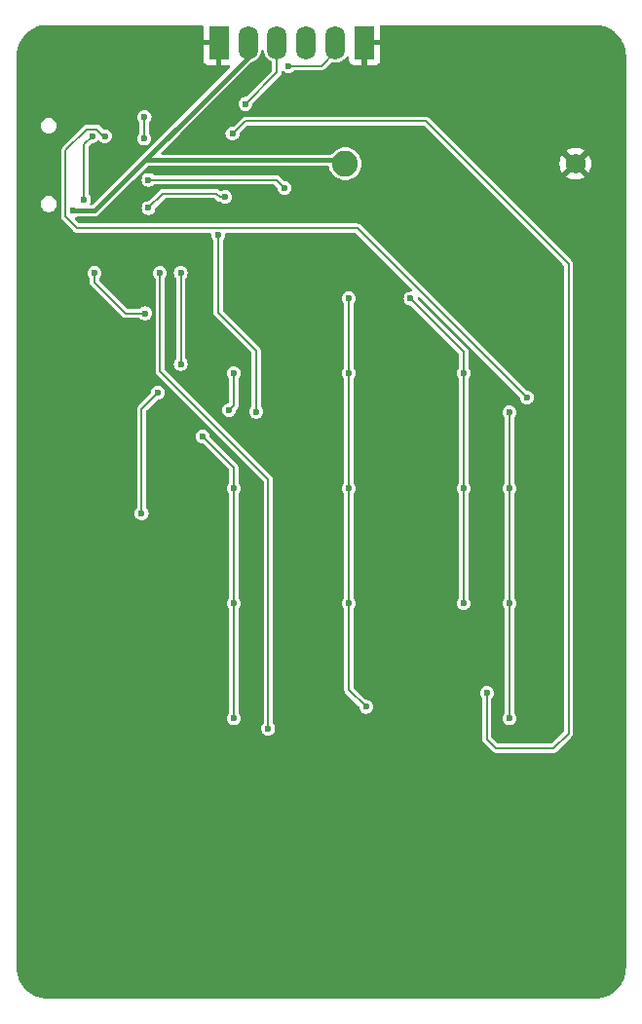
<source format=gbr>
%TF.GenerationSoftware,KiCad,Pcbnew,8.0.5*%
%TF.CreationDate,2025-05-11T18:39:50-04:00*%
%TF.ProjectId,Business_Card,42757369-6e65-4737-935f-436172642e6b,rev?*%
%TF.SameCoordinates,Original*%
%TF.FileFunction,Copper,L1,Top*%
%TF.FilePolarity,Positive*%
%FSLAX46Y46*%
G04 Gerber Fmt 4.6, Leading zero omitted, Abs format (unit mm)*
G04 Created by KiCad (PCBNEW 8.0.5) date 2025-05-11 18:39:50*
%MOMM*%
%LPD*%
G01*
G04 APERTURE LIST*
%TA.AperFunction,ComponentPad*%
%ADD10O,1.710000X2.920000*%
%TD*%
%TA.AperFunction,ComponentPad*%
%ADD11O,1.700000X2.920000*%
%TD*%
%TA.AperFunction,ComponentPad*%
%ADD12R,1.700000X2.920000*%
%TD*%
%TA.AperFunction,ComponentPad*%
%ADD13C,1.755000*%
%TD*%
%TA.AperFunction,ComponentPad*%
%ADD14C,2.250000*%
%TD*%
%TA.AperFunction,ViaPad*%
%ADD15C,0.600000*%
%TD*%
%TA.AperFunction,Conductor*%
%ADD16C,0.200000*%
%TD*%
%TA.AperFunction,Conductor*%
%ADD17C,0.400000*%
%TD*%
G04 APERTURE END LIST*
D10*
%TO.P,J1,3,Pin_3*%
%TO.N,/UPDI*%
X134275000Y-34860000D03*
D11*
%TO.P,J1,2,Pin_2*%
%TO.N,+3.3V*%
X131740000Y-34860000D03*
D12*
%TO.P,J1,1,Pin_1*%
%TO.N,GND*%
X129200000Y-34860000D03*
%TD*%
D10*
%TO.P,J2,3,Pin_3*%
%TO.N,/EXP2*%
X136805000Y-34860000D03*
D11*
%TO.P,J2,2,Pin_2*%
%TO.N,/EXP1*%
X139340000Y-34860000D03*
D12*
%TO.P,J2,1,Pin_1*%
%TO.N,GND*%
X141880000Y-34860000D03*
%TD*%
D13*
%TO.P,BT1,-*%
%TO.N,GND*%
X160200000Y-45400000D03*
D14*
%TO.P,BT1,+*%
%TO.N,+3.3V*%
X140200000Y-45400000D03*
%TD*%
D15*
%TO.N,GND*%
X128500000Y-49800000D03*
X125900000Y-52400000D03*
X160900000Y-70600000D03*
X114000000Y-35400000D03*
%TO.N,Net-(D1-A)*%
X154470761Y-73600000D03*
X154470761Y-67000000D03*
X154470761Y-83600000D03*
X154470761Y-93600000D03*
%TO.N,/X1*%
X152500000Y-91400000D03*
X130393750Y-42793750D03*
%TO.N,/X2*%
X122500000Y-75800000D03*
X123900000Y-65300000D03*
X125900000Y-62800000D03*
X125900000Y-54900000D03*
%TO.N,/X3*%
X129163012Y-51600000D03*
X132450660Y-66950660D03*
%TO.N,/X4*%
X118400000Y-54900000D03*
X122800000Y-58400000D03*
X129763012Y-48285518D03*
X123100000Y-49250000D03*
%TO.N,Net-(D5-A)*%
X145875000Y-57125000D03*
X150500000Y-73600000D03*
X150500000Y-63600000D03*
X150470761Y-83600000D03*
%TO.N,Net-(D10-A)*%
X140500000Y-57100000D03*
X140500000Y-83600000D03*
X140500000Y-63600000D03*
X142000000Y-92600000D03*
X140500000Y-73600000D03*
%TO.N,Net-(D13-A)*%
X130100000Y-66800000D03*
X130500000Y-63600000D03*
X130500000Y-93600000D03*
X130500000Y-83600000D03*
X130500000Y-73600000D03*
X127800000Y-69100000D03*
%TO.N,/EXP1*%
X122724265Y-43224265D03*
X122750000Y-41350000D03*
X135250000Y-36900000D03*
%TO.N,GND*%
X131800000Y-42800000D03*
X156200000Y-93600000D03*
X153300000Y-93600000D03*
X130200000Y-49300000D03*
X128800000Y-60300000D03*
X157800000Y-80900000D03*
X122500000Y-64100000D03*
X158700000Y-73900000D03*
X124200000Y-87900000D03*
X127500000Y-42600000D03*
X149600000Y-55500000D03*
X131500000Y-55400000D03*
X133400000Y-47500000D03*
X118400000Y-52200000D03*
X119300000Y-45500000D03*
X121400000Y-52200000D03*
X135400000Y-53900000D03*
X125100000Y-75900000D03*
%TO.N,+3.3V*%
X116500000Y-49500000D03*
%TO.N,/X5*%
X134912500Y-47500000D03*
X123100000Y-46800000D03*
%TO.N,/SW_UP*%
X124100000Y-54900000D03*
X133500000Y-94500000D03*
%TO.N,/UPDI*%
X131500000Y-40200000D03*
%TO.N,/SW_DOWN*%
X117500000Y-48500000D03*
X118200000Y-43000000D03*
%TO.N,/SW_LEFT*%
X155975000Y-65725000D03*
X119300000Y-43000000D03*
%TD*%
D16*
%TO.N,Net-(D1-A)*%
X154470761Y-93600000D02*
X154470761Y-83600000D01*
X154470761Y-83600000D02*
X154470761Y-73600000D01*
X154470761Y-67000000D02*
X154470761Y-73600000D01*
%TO.N,/X1*%
X147200000Y-41700000D02*
X159600000Y-54100000D01*
X159600000Y-94900000D02*
X158300000Y-96200000D01*
X130393750Y-42793750D02*
X131487500Y-41700000D01*
X152500000Y-95400000D02*
X152500000Y-91400000D01*
X131487500Y-41700000D02*
X147200000Y-41700000D01*
X153300000Y-96200000D02*
X152500000Y-95400000D01*
X158300000Y-96200000D02*
X153300000Y-96200000D01*
X159600000Y-54100000D02*
X159600000Y-94900000D01*
%TO.N,/X2*%
X122500000Y-66700000D02*
X123900000Y-65300000D01*
X122500000Y-75800000D02*
X122500000Y-66700000D01*
X125900000Y-62800000D02*
X125900000Y-54900000D01*
%TO.N,/X3*%
X129163012Y-58363012D02*
X129163012Y-51600000D01*
X132450660Y-61650660D02*
X129163012Y-58363012D01*
X132450660Y-66950660D02*
X132450660Y-61650660D01*
%TO.N,/X4*%
X123100000Y-49250000D02*
X124350000Y-48000000D01*
X122800000Y-58400000D02*
X121069899Y-58400000D01*
X129285518Y-48285518D02*
X129763012Y-48285518D01*
X124350000Y-48000000D02*
X129000000Y-48000000D01*
X121069899Y-58400000D02*
X118400000Y-55730101D01*
X118400000Y-55730101D02*
X118400000Y-54900000D01*
X129000000Y-48000000D02*
X129285518Y-48285518D01*
%TO.N,Net-(D5-A)*%
X150500000Y-63600000D02*
X150500000Y-61750000D01*
X150500000Y-61750000D02*
X145875000Y-57125000D01*
X150500000Y-63600000D02*
X150500000Y-73600000D01*
X150500000Y-83570761D02*
X150500000Y-73600000D01*
X150470761Y-83600000D02*
X150500000Y-83570761D01*
%TO.N,Net-(D10-A)*%
X142000000Y-92600000D02*
X140500000Y-91100000D01*
X140500000Y-83600000D02*
X140500000Y-73600000D01*
X140500000Y-73600000D02*
X140500000Y-63600000D01*
X140500000Y-63600000D02*
X140500000Y-57100000D01*
X140500000Y-91100000D02*
X140500000Y-83600000D01*
%TO.N,Net-(D13-A)*%
X130500000Y-93600000D02*
X130500000Y-83600000D01*
X130500000Y-71800000D02*
X127800000Y-69100000D01*
X130500000Y-63600000D02*
X130500000Y-66400000D01*
X130500000Y-66400000D02*
X130100000Y-66800000D01*
X130500000Y-73600000D02*
X130500000Y-71800000D01*
X130500000Y-73600000D02*
X130500000Y-83600000D01*
%TO.N,/EXP1*%
X122750000Y-41350000D02*
X122724265Y-41375735D01*
X122724265Y-41375735D02*
X122724265Y-43224265D01*
X135250000Y-36900000D02*
X138100000Y-36900000D01*
X138100000Y-36900000D02*
X139310000Y-35690000D01*
X139310000Y-35690000D02*
X139310000Y-34000000D01*
D17*
%TO.N,+3.3V*%
X122800000Y-45100000D02*
X139900000Y-45100000D01*
X131740000Y-36160000D02*
X118400000Y-49500000D01*
X139900000Y-45100000D02*
X140200000Y-45400000D01*
X131740000Y-34030000D02*
X131740000Y-36160000D01*
X118400000Y-49500000D02*
X116500000Y-49500000D01*
D16*
%TO.N,/X5*%
X134212500Y-46800000D02*
X134912500Y-47500000D01*
X123100000Y-46800000D02*
X134212500Y-46800000D01*
%TO.N,/SW_UP*%
X133500000Y-72800000D02*
X133500000Y-94500000D01*
X124100000Y-63400000D02*
X133500000Y-72800000D01*
X124100000Y-54900000D02*
X124100000Y-63400000D01*
%TO.N,/UPDI*%
X134250000Y-37450000D02*
X134250000Y-34000000D01*
X131500000Y-40200000D02*
X134250000Y-37450000D01*
%TO.N,/SW_DOWN*%
X118200000Y-43000000D02*
X117500000Y-43700000D01*
X117500000Y-43700000D02*
X117500000Y-48500000D01*
%TO.N,/SW_LEFT*%
X141250000Y-51000000D02*
X155975000Y-65725000D01*
X117751471Y-42400000D02*
X115900000Y-44251471D01*
X119200000Y-43000000D02*
X118600000Y-42400000D01*
X119300000Y-43000000D02*
X119200000Y-43000000D01*
X118600000Y-42400000D02*
X117751471Y-42400000D01*
X115900000Y-50000000D02*
X116900000Y-51000000D01*
X115900000Y-44251471D02*
X115900000Y-50000000D01*
X116900000Y-51000000D02*
X141250000Y-51000000D01*
%TD*%
%TA.AperFunction,Conductor*%
%TO.N,GND*%
G36*
X127793039Y-33359525D02*
G01*
X127838794Y-33412329D01*
X127850000Y-33463840D01*
X127850000Y-34610000D01*
X128852894Y-34610000D01*
X128892993Y-34650099D01*
X129007007Y-34715925D01*
X129134174Y-34750000D01*
X129265826Y-34750000D01*
X129392993Y-34715925D01*
X129440145Y-34688701D01*
X129450000Y-34734000D01*
X129450000Y-36820000D01*
X130072824Y-36820000D01*
X130139863Y-36839685D01*
X130185618Y-36892489D01*
X130195562Y-36961647D01*
X130166537Y-37025203D01*
X130160505Y-37031681D01*
X118229005Y-48963181D01*
X118167682Y-48996666D01*
X118141324Y-48999500D01*
X118125082Y-48999500D01*
X118058043Y-48979815D01*
X118012288Y-48927011D01*
X118002344Y-48857853D01*
X118022141Y-48810845D01*
X118020472Y-48809881D01*
X118024534Y-48802843D01*
X118024536Y-48802841D01*
X118085044Y-48656762D01*
X118105682Y-48500000D01*
X118100015Y-48456958D01*
X118085044Y-48343239D01*
X118085044Y-48343238D01*
X118024536Y-48197159D01*
X118024535Y-48197158D01*
X118024535Y-48197157D01*
X117926124Y-48068905D01*
X117900930Y-48003736D01*
X117900500Y-47993419D01*
X117900500Y-43917254D01*
X117920185Y-43850215D01*
X117936815Y-43829577D01*
X118124991Y-43641400D01*
X118186312Y-43607917D01*
X118196485Y-43606144D01*
X118199997Y-43605681D01*
X118200000Y-43605682D01*
X118356762Y-43585044D01*
X118502841Y-43524536D01*
X118628282Y-43428282D01*
X118651625Y-43397860D01*
X118708051Y-43356658D01*
X118777797Y-43352503D01*
X118838718Y-43386714D01*
X118848368Y-43397851D01*
X118871718Y-43428282D01*
X118997159Y-43524536D01*
X119143238Y-43585044D01*
X119221619Y-43595363D01*
X119299999Y-43605682D01*
X119300000Y-43605682D01*
X119300001Y-43605682D01*
X119352254Y-43598802D01*
X119456762Y-43585044D01*
X119602841Y-43524536D01*
X119728282Y-43428282D01*
X119824536Y-43302841D01*
X119857084Y-43224263D01*
X122118583Y-43224263D01*
X122118583Y-43224266D01*
X122139220Y-43381025D01*
X122139221Y-43381027D01*
X122199729Y-43527106D01*
X122295983Y-43652547D01*
X122421424Y-43748801D01*
X122567503Y-43809309D01*
X122645884Y-43819628D01*
X122724264Y-43829947D01*
X122724265Y-43829947D01*
X122724266Y-43829947D01*
X122776519Y-43823067D01*
X122881027Y-43809309D01*
X123027106Y-43748801D01*
X123152547Y-43652547D01*
X123248801Y-43527106D01*
X123309309Y-43381027D01*
X123329947Y-43224265D01*
X123309309Y-43067503D01*
X123248801Y-42921424D01*
X123248800Y-42921423D01*
X123248800Y-42921422D01*
X123150389Y-42793170D01*
X123125195Y-42728001D01*
X123124765Y-42717684D01*
X123124765Y-41880497D01*
X123144450Y-41813458D01*
X123173280Y-41782119D01*
X123178282Y-41778282D01*
X123274536Y-41652841D01*
X123335044Y-41506762D01*
X123355682Y-41350000D01*
X123335044Y-41193238D01*
X123274536Y-41047159D01*
X123178282Y-40921718D01*
X123052841Y-40825464D01*
X122906762Y-40764956D01*
X122906760Y-40764955D01*
X122750001Y-40744318D01*
X122749999Y-40744318D01*
X122593239Y-40764955D01*
X122593237Y-40764956D01*
X122447160Y-40825463D01*
X122321718Y-40921718D01*
X122225463Y-41047160D01*
X122164956Y-41193237D01*
X122164955Y-41193239D01*
X122144318Y-41349998D01*
X122144318Y-41350001D01*
X122164955Y-41506760D01*
X122164956Y-41506762D01*
X122225464Y-41652842D01*
X122298141Y-41747556D01*
X122323335Y-41812725D01*
X122323765Y-41823042D01*
X122323765Y-42717684D01*
X122304080Y-42784723D01*
X122298141Y-42793170D01*
X122199729Y-42921422D01*
X122139221Y-43067502D01*
X122139220Y-43067504D01*
X122118583Y-43224263D01*
X119857084Y-43224263D01*
X119885044Y-43156762D01*
X119905682Y-43000000D01*
X119885044Y-42843238D01*
X119824536Y-42697159D01*
X119728282Y-42571718D01*
X119602841Y-42475464D01*
X119491164Y-42429206D01*
X119456762Y-42414956D01*
X119456760Y-42414955D01*
X119300001Y-42394318D01*
X119299997Y-42394318D01*
X119237540Y-42402540D01*
X119168505Y-42391774D01*
X119133675Y-42367282D01*
X118845915Y-42079522D01*
X118845913Y-42079520D01*
X118800250Y-42053156D01*
X118754589Y-42026793D01*
X118703657Y-42013146D01*
X118652727Y-41999500D01*
X117698744Y-41999500D01*
X117596884Y-42026793D01*
X117596881Y-42026794D01*
X117505556Y-42079521D01*
X115579522Y-44005555D01*
X115579518Y-44005561D01*
X115526792Y-44096883D01*
X115526793Y-44096884D01*
X115499500Y-44198744D01*
X115499500Y-50052726D01*
X115526793Y-50154589D01*
X115544810Y-50185794D01*
X115579520Y-50245913D01*
X115579521Y-50245914D01*
X115579522Y-50245915D01*
X116575179Y-51241571D01*
X116575189Y-51241582D01*
X116579519Y-51245912D01*
X116579520Y-51245913D01*
X116654087Y-51320480D01*
X116712296Y-51354087D01*
X116745413Y-51373207D01*
X116847273Y-51400501D01*
X116847275Y-51400501D01*
X116960323Y-51400501D01*
X116960339Y-51400500D01*
X128442200Y-51400500D01*
X128509239Y-51420185D01*
X128554994Y-51472989D01*
X128565139Y-51540686D01*
X128557330Y-51600000D01*
X128557330Y-51600001D01*
X128577967Y-51756760D01*
X128577968Y-51756762D01*
X128638476Y-51902841D01*
X128734730Y-52028282D01*
X128734732Y-52028283D01*
X128736888Y-52031093D01*
X128762082Y-52096263D01*
X128762512Y-52106580D01*
X128762512Y-58415738D01*
X128789805Y-58517601D01*
X128812414Y-58556760D01*
X128842532Y-58608925D01*
X128842534Y-58608927D01*
X132013841Y-61780234D01*
X132047326Y-61841557D01*
X132050160Y-61867915D01*
X132050160Y-66444079D01*
X132030475Y-66511118D01*
X132024536Y-66519565D01*
X131926124Y-66647817D01*
X131865616Y-66793897D01*
X131865615Y-66793899D01*
X131844978Y-66950658D01*
X131844978Y-66950661D01*
X131865615Y-67107420D01*
X131865616Y-67107422D01*
X131915677Y-67228281D01*
X131926124Y-67253501D01*
X132022378Y-67378942D01*
X132147819Y-67475196D01*
X132293898Y-67535704D01*
X132372279Y-67546023D01*
X132450659Y-67556342D01*
X132450660Y-67556342D01*
X132450661Y-67556342D01*
X132502914Y-67549462D01*
X132607422Y-67535704D01*
X132753501Y-67475196D01*
X132878942Y-67378942D01*
X132975196Y-67253501D01*
X133035704Y-67107422D01*
X133056342Y-66950660D01*
X133035704Y-66793898D01*
X132975196Y-66647819D01*
X132975195Y-66647818D01*
X132975195Y-66647817D01*
X132876784Y-66519565D01*
X132851590Y-66454396D01*
X132851160Y-66444079D01*
X132851160Y-61597935D01*
X132851160Y-61597933D01*
X132823867Y-61496073D01*
X132771140Y-61404747D01*
X132696573Y-61330180D01*
X129599831Y-58233438D01*
X129566346Y-58172115D01*
X129563512Y-58145757D01*
X129563512Y-57099998D01*
X139894318Y-57099998D01*
X139894318Y-57100001D01*
X139914955Y-57256760D01*
X139914956Y-57256762D01*
X139925310Y-57281760D01*
X139975464Y-57402841D01*
X140071718Y-57528282D01*
X140071720Y-57528283D01*
X140073876Y-57531093D01*
X140099070Y-57596263D01*
X140099500Y-57606580D01*
X140099500Y-63093419D01*
X140079815Y-63160458D01*
X140073876Y-63168905D01*
X139975464Y-63297157D01*
X139914956Y-63443237D01*
X139914955Y-63443239D01*
X139894318Y-63599998D01*
X139894318Y-63600001D01*
X139914955Y-63756760D01*
X139914956Y-63756762D01*
X139975464Y-63902841D01*
X140071718Y-64028282D01*
X140071720Y-64028283D01*
X140073876Y-64031093D01*
X140099070Y-64096263D01*
X140099500Y-64106580D01*
X140099500Y-73093419D01*
X140079815Y-73160458D01*
X140073876Y-73168905D01*
X139975464Y-73297157D01*
X139914956Y-73443237D01*
X139914955Y-73443239D01*
X139894318Y-73599998D01*
X139894318Y-73600001D01*
X139914955Y-73756760D01*
X139914956Y-73756762D01*
X139975464Y-73902841D01*
X140071718Y-74028282D01*
X140071720Y-74028283D01*
X140073876Y-74031093D01*
X140099070Y-74096263D01*
X140099500Y-74106580D01*
X140099500Y-83093419D01*
X140079815Y-83160458D01*
X140073876Y-83168905D01*
X139975464Y-83297157D01*
X139914956Y-83443237D01*
X139914955Y-83443239D01*
X139894318Y-83599998D01*
X139894318Y-83600001D01*
X139914955Y-83756760D01*
X139914956Y-83756762D01*
X139975464Y-83902841D01*
X140071718Y-84028282D01*
X140071720Y-84028283D01*
X140073876Y-84031093D01*
X140099070Y-84096263D01*
X140099500Y-84106580D01*
X140099500Y-91152726D01*
X140126793Y-91254589D01*
X140153156Y-91300250D01*
X140179520Y-91345913D01*
X140179522Y-91345915D01*
X141358597Y-92524990D01*
X141392082Y-92586313D01*
X141393855Y-92596485D01*
X141394318Y-92599998D01*
X141394318Y-92600000D01*
X141414956Y-92756762D01*
X141475464Y-92902841D01*
X141571718Y-93028282D01*
X141697159Y-93124536D01*
X141843238Y-93185044D01*
X141921619Y-93195363D01*
X141999999Y-93205682D01*
X142000000Y-93205682D01*
X142000001Y-93205682D01*
X142052254Y-93198802D01*
X142156762Y-93185044D01*
X142302841Y-93124536D01*
X142428282Y-93028282D01*
X142524536Y-92902841D01*
X142585044Y-92756762D01*
X142605682Y-92600000D01*
X142585044Y-92443238D01*
X142524536Y-92297159D01*
X142428282Y-92171718D01*
X142302841Y-92075464D01*
X142156762Y-92014956D01*
X142100577Y-92007559D01*
X141996485Y-91993855D01*
X141932589Y-91965588D01*
X141924990Y-91958597D01*
X140936819Y-90970426D01*
X140903334Y-90909103D01*
X140900500Y-90882745D01*
X140900500Y-84106580D01*
X140920185Y-84039541D01*
X140926124Y-84031093D01*
X140928279Y-84028283D01*
X140928282Y-84028282D01*
X141024536Y-83902841D01*
X141085044Y-83756762D01*
X141105682Y-83600000D01*
X141085044Y-83443238D01*
X141024536Y-83297159D01*
X141024535Y-83297158D01*
X141024535Y-83297157D01*
X140926124Y-83168905D01*
X140900930Y-83103736D01*
X140900500Y-83093419D01*
X140900500Y-74106580D01*
X140920185Y-74039541D01*
X140926124Y-74031093D01*
X140928279Y-74028283D01*
X140928282Y-74028282D01*
X141024536Y-73902841D01*
X141085044Y-73756762D01*
X141105682Y-73600000D01*
X141085044Y-73443238D01*
X141024536Y-73297159D01*
X141024535Y-73297158D01*
X141024535Y-73297157D01*
X140926124Y-73168905D01*
X140900930Y-73103736D01*
X140900500Y-73093419D01*
X140900500Y-64106580D01*
X140920185Y-64039541D01*
X140926124Y-64031093D01*
X140928279Y-64028283D01*
X140928282Y-64028282D01*
X141024536Y-63902841D01*
X141085044Y-63756762D01*
X141105682Y-63600000D01*
X141099703Y-63554588D01*
X141085044Y-63443239D01*
X141085044Y-63443238D01*
X141024536Y-63297159D01*
X141024535Y-63297158D01*
X141024535Y-63297157D01*
X140926124Y-63168905D01*
X140900930Y-63103736D01*
X140900500Y-63093419D01*
X140900500Y-57606580D01*
X140920185Y-57539541D01*
X140926124Y-57531093D01*
X140928279Y-57528283D01*
X140928282Y-57528282D01*
X141024536Y-57402841D01*
X141085044Y-57256762D01*
X141105682Y-57100000D01*
X141085044Y-56943238D01*
X141024536Y-56797159D01*
X140928282Y-56671718D01*
X140802841Y-56575464D01*
X140656762Y-56514956D01*
X140656760Y-56514955D01*
X140500001Y-56494318D01*
X140499999Y-56494318D01*
X140343239Y-56514955D01*
X140343237Y-56514956D01*
X140197160Y-56575463D01*
X140071718Y-56671718D01*
X139975463Y-56797160D01*
X139914956Y-56943237D01*
X139914955Y-56943239D01*
X139894318Y-57099998D01*
X129563512Y-57099998D01*
X129563512Y-52106580D01*
X129583197Y-52039541D01*
X129589136Y-52031093D01*
X129591291Y-52028283D01*
X129591294Y-52028282D01*
X129687548Y-51902841D01*
X129748056Y-51756762D01*
X129768694Y-51600000D01*
X129760885Y-51540685D01*
X129771650Y-51471650D01*
X129818030Y-51419394D01*
X129883824Y-51400500D01*
X141032745Y-51400500D01*
X141099784Y-51420185D01*
X141120426Y-51436819D01*
X145994342Y-56310735D01*
X146027827Y-56372058D01*
X146022843Y-56441750D01*
X145980971Y-56497683D01*
X145915507Y-56522100D01*
X145890477Y-56521355D01*
X145875003Y-56519318D01*
X145874999Y-56519318D01*
X145718239Y-56539955D01*
X145718237Y-56539956D01*
X145572160Y-56600463D01*
X145446718Y-56696718D01*
X145350463Y-56822160D01*
X145289956Y-56968237D01*
X145289955Y-56968239D01*
X145269318Y-57124998D01*
X145269318Y-57125001D01*
X145289955Y-57281760D01*
X145289956Y-57281762D01*
X145350464Y-57427841D01*
X145446718Y-57553282D01*
X145572159Y-57649536D01*
X145718238Y-57710044D01*
X145875000Y-57730682D01*
X145875001Y-57730681D01*
X145878513Y-57731144D01*
X145942410Y-57759410D01*
X145950009Y-57766402D01*
X150063181Y-61879573D01*
X150096666Y-61940896D01*
X150099500Y-61967254D01*
X150099500Y-63093419D01*
X150079815Y-63160458D01*
X150073876Y-63168905D01*
X149975464Y-63297157D01*
X149914956Y-63443237D01*
X149914955Y-63443239D01*
X149894318Y-63599998D01*
X149894318Y-63600001D01*
X149914955Y-63756760D01*
X149914956Y-63756762D01*
X149975464Y-63902841D01*
X150071718Y-64028282D01*
X150071720Y-64028283D01*
X150073876Y-64031093D01*
X150099070Y-64096263D01*
X150099500Y-64106580D01*
X150099500Y-73093419D01*
X150079815Y-73160458D01*
X150073876Y-73168905D01*
X149975464Y-73297157D01*
X149914956Y-73443237D01*
X149914955Y-73443239D01*
X149894318Y-73599998D01*
X149894318Y-73600001D01*
X149914955Y-73756760D01*
X149914956Y-73756762D01*
X149975464Y-73902841D01*
X150071718Y-74028282D01*
X150071720Y-74028283D01*
X150073876Y-74031093D01*
X150099070Y-74096263D01*
X150099500Y-74106580D01*
X150099500Y-83066813D01*
X150079815Y-83133852D01*
X150050990Y-83165186D01*
X150042482Y-83171714D01*
X149946224Y-83297160D01*
X149885717Y-83443237D01*
X149885716Y-83443239D01*
X149865079Y-83599998D01*
X149865079Y-83600001D01*
X149885716Y-83756760D01*
X149885717Y-83756762D01*
X149946225Y-83902841D01*
X150042479Y-84028282D01*
X150167920Y-84124536D01*
X150313999Y-84185044D01*
X150392380Y-84195363D01*
X150470760Y-84205682D01*
X150470761Y-84205682D01*
X150470762Y-84205682D01*
X150523015Y-84198802D01*
X150627523Y-84185044D01*
X150773602Y-84124536D01*
X150899043Y-84028282D01*
X150995297Y-83902841D01*
X151055805Y-83756762D01*
X151076443Y-83600000D01*
X151055805Y-83443238D01*
X150995297Y-83297159D01*
X150995296Y-83297158D01*
X150995296Y-83297157D01*
X150926124Y-83207010D01*
X150900930Y-83141841D01*
X150900500Y-83131524D01*
X150900500Y-74106580D01*
X150920185Y-74039541D01*
X150926124Y-74031093D01*
X150928279Y-74028283D01*
X150928282Y-74028282D01*
X151024536Y-73902841D01*
X151085044Y-73756762D01*
X151105682Y-73600000D01*
X151085044Y-73443238D01*
X151024536Y-73297159D01*
X151024535Y-73297158D01*
X151024535Y-73297157D01*
X150926124Y-73168905D01*
X150900930Y-73103736D01*
X150900500Y-73093419D01*
X150900500Y-66999998D01*
X153865079Y-66999998D01*
X153865079Y-67000001D01*
X153885716Y-67156760D01*
X153885717Y-67156762D01*
X153946225Y-67302841D01*
X154042479Y-67428282D01*
X154042481Y-67428283D01*
X154044637Y-67431093D01*
X154069831Y-67496263D01*
X154070261Y-67506580D01*
X154070261Y-73093419D01*
X154050576Y-73160458D01*
X154044637Y-73168905D01*
X153946225Y-73297157D01*
X153885717Y-73443237D01*
X153885716Y-73443239D01*
X153865079Y-73599998D01*
X153865079Y-73600001D01*
X153885716Y-73756760D01*
X153885717Y-73756762D01*
X153946225Y-73902841D01*
X154042479Y-74028282D01*
X154042481Y-74028283D01*
X154044637Y-74031093D01*
X154069831Y-74096263D01*
X154070261Y-74106580D01*
X154070261Y-83093419D01*
X154050576Y-83160458D01*
X154044637Y-83168905D01*
X153946225Y-83297157D01*
X153885717Y-83443237D01*
X153885716Y-83443239D01*
X153865079Y-83599998D01*
X153865079Y-83600001D01*
X153885716Y-83756760D01*
X153885717Y-83756762D01*
X153946225Y-83902841D01*
X154042479Y-84028282D01*
X154042481Y-84028283D01*
X154044637Y-84031093D01*
X154069831Y-84096263D01*
X154070261Y-84106580D01*
X154070261Y-93093419D01*
X154050576Y-93160458D01*
X154044637Y-93168905D01*
X153946225Y-93297157D01*
X153885717Y-93443237D01*
X153885716Y-93443239D01*
X153865079Y-93599998D01*
X153865079Y-93600001D01*
X153885716Y-93756760D01*
X153885717Y-93756762D01*
X153946225Y-93902841D01*
X154042479Y-94028282D01*
X154167920Y-94124536D01*
X154313999Y-94185044D01*
X154392380Y-94195363D01*
X154470760Y-94205682D01*
X154470761Y-94205682D01*
X154470762Y-94205682D01*
X154535515Y-94197157D01*
X154627523Y-94185044D01*
X154773602Y-94124536D01*
X154899043Y-94028282D01*
X154995297Y-93902841D01*
X155055805Y-93756762D01*
X155076443Y-93600000D01*
X155055805Y-93443238D01*
X154995297Y-93297159D01*
X154995296Y-93297158D01*
X154995296Y-93297157D01*
X154896885Y-93168905D01*
X154871691Y-93103736D01*
X154871261Y-93093419D01*
X154871261Y-84106580D01*
X154890946Y-84039541D01*
X154896885Y-84031093D01*
X154899040Y-84028283D01*
X154899043Y-84028282D01*
X154995297Y-83902841D01*
X155055805Y-83756762D01*
X155076443Y-83600000D01*
X155055805Y-83443238D01*
X154995297Y-83297159D01*
X154995296Y-83297158D01*
X154995296Y-83297157D01*
X154896885Y-83168905D01*
X154871691Y-83103736D01*
X154871261Y-83093419D01*
X154871261Y-74106580D01*
X154890946Y-74039541D01*
X154896885Y-74031093D01*
X154899040Y-74028283D01*
X154899043Y-74028282D01*
X154995297Y-73902841D01*
X155055805Y-73756762D01*
X155076443Y-73600000D01*
X155055805Y-73443238D01*
X154995297Y-73297159D01*
X154995296Y-73297158D01*
X154995296Y-73297157D01*
X154896885Y-73168905D01*
X154871691Y-73103736D01*
X154871261Y-73093419D01*
X154871261Y-67506580D01*
X154890946Y-67439541D01*
X154896885Y-67431093D01*
X154899040Y-67428283D01*
X154899043Y-67428282D01*
X154995297Y-67302841D01*
X155055805Y-67156762D01*
X155076443Y-67000000D01*
X155070750Y-66956760D01*
X155062684Y-66895492D01*
X155055805Y-66843238D01*
X154995297Y-66697159D01*
X154899043Y-66571718D01*
X154773602Y-66475464D01*
X154722739Y-66454396D01*
X154627523Y-66414956D01*
X154627521Y-66414955D01*
X154470762Y-66394318D01*
X154470760Y-66394318D01*
X154314000Y-66414955D01*
X154313998Y-66414956D01*
X154167921Y-66475463D01*
X154042479Y-66571718D01*
X153946224Y-66697160D01*
X153885717Y-66843237D01*
X153885716Y-66843239D01*
X153865079Y-66999998D01*
X150900500Y-66999998D01*
X150900500Y-64106580D01*
X150920185Y-64039541D01*
X150926124Y-64031093D01*
X150928279Y-64028283D01*
X150928282Y-64028282D01*
X151024536Y-63902841D01*
X151085044Y-63756762D01*
X151105682Y-63600000D01*
X151099703Y-63554588D01*
X151085044Y-63443239D01*
X151085044Y-63443238D01*
X151024536Y-63297159D01*
X151024535Y-63297158D01*
X151024535Y-63297157D01*
X150926124Y-63168905D01*
X150900930Y-63103736D01*
X150900500Y-63093419D01*
X150900500Y-61812729D01*
X150900501Y-61812716D01*
X150900501Y-61697274D01*
X150900501Y-61697273D01*
X150873207Y-61595413D01*
X150820480Y-61504087D01*
X150745913Y-61429520D01*
X150745912Y-61429519D01*
X150741582Y-61425189D01*
X150741571Y-61425179D01*
X146516402Y-57200009D01*
X146482917Y-57138686D01*
X146481144Y-57128513D01*
X146480681Y-57124998D01*
X146478644Y-57109521D01*
X146489410Y-57040487D01*
X146535790Y-56988232D01*
X146603059Y-56969347D01*
X146669859Y-56989828D01*
X146689264Y-57005657D01*
X155333596Y-65649988D01*
X155367081Y-65711311D01*
X155368854Y-65721483D01*
X155382422Y-65824536D01*
X155389956Y-65881762D01*
X155450464Y-66027841D01*
X155546718Y-66153282D01*
X155672159Y-66249536D01*
X155818238Y-66310044D01*
X155896619Y-66320363D01*
X155974999Y-66330682D01*
X155975000Y-66330682D01*
X155975001Y-66330682D01*
X156027254Y-66323802D01*
X156131762Y-66310044D01*
X156277841Y-66249536D01*
X156403282Y-66153282D01*
X156499536Y-66027841D01*
X156560044Y-65881762D01*
X156580682Y-65725000D01*
X156560044Y-65568238D01*
X156499536Y-65422159D01*
X156403282Y-65296718D01*
X156277841Y-65200464D01*
X156131762Y-65139956D01*
X156112789Y-65137458D01*
X155971483Y-65118854D01*
X155907587Y-65090587D01*
X155899988Y-65083596D01*
X141495915Y-50679522D01*
X141495914Y-50679521D01*
X141495913Y-50679520D01*
X141450250Y-50653156D01*
X141404589Y-50626793D01*
X141353657Y-50613146D01*
X141302727Y-50599500D01*
X141302726Y-50599500D01*
X117117254Y-50599500D01*
X117050215Y-50579815D01*
X117029573Y-50563181D01*
X116713509Y-50247117D01*
X116680024Y-50185794D01*
X116685008Y-50116102D01*
X116726880Y-50060169D01*
X116753734Y-50044876D01*
X116802841Y-50024536D01*
X116802844Y-50024533D01*
X116809876Y-50020474D01*
X116810882Y-50022216D01*
X116865932Y-50000931D01*
X116876257Y-50000500D01*
X118465890Y-50000500D01*
X118465892Y-50000500D01*
X118593186Y-49966392D01*
X118707314Y-49900500D01*
X119357816Y-49249998D01*
X122494318Y-49249998D01*
X122494318Y-49250001D01*
X122514955Y-49406760D01*
X122514956Y-49406762D01*
X122575464Y-49552841D01*
X122671718Y-49678282D01*
X122797159Y-49774536D01*
X122943238Y-49835044D01*
X123021619Y-49845363D01*
X123099999Y-49855682D01*
X123100000Y-49855682D01*
X123100001Y-49855682D01*
X123152254Y-49848802D01*
X123256762Y-49835044D01*
X123402841Y-49774536D01*
X123528282Y-49678282D01*
X123624536Y-49552841D01*
X123685044Y-49406762D01*
X123705682Y-49250000D01*
X123705681Y-49249997D01*
X123706144Y-49246485D01*
X123734410Y-49182589D01*
X123741389Y-49175002D01*
X124479574Y-48436819D01*
X124540897Y-48403334D01*
X124567255Y-48400500D01*
X128782745Y-48400500D01*
X128849784Y-48420185D01*
X128870426Y-48436819D01*
X128965037Y-48531430D01*
X128965038Y-48531431D01*
X129039605Y-48605998D01*
X129130931Y-48658725D01*
X129232791Y-48686018D01*
X129256432Y-48686018D01*
X129323471Y-48705703D01*
X129331919Y-48711642D01*
X129334728Y-48713797D01*
X129334730Y-48713800D01*
X129460171Y-48810054D01*
X129606250Y-48870562D01*
X129684631Y-48880881D01*
X129763011Y-48891200D01*
X129763012Y-48891200D01*
X129763013Y-48891200D01*
X129815266Y-48884320D01*
X129919774Y-48870562D01*
X130065853Y-48810054D01*
X130191294Y-48713800D01*
X130287548Y-48588359D01*
X130348056Y-48442280D01*
X130368694Y-48285518D01*
X130348056Y-48128756D01*
X130287548Y-47982677D01*
X130191294Y-47857236D01*
X130065853Y-47760982D01*
X129919774Y-47700474D01*
X129919772Y-47700473D01*
X129763013Y-47679836D01*
X129763011Y-47679836D01*
X129606251Y-47700473D01*
X129606249Y-47700474D01*
X129460168Y-47760983D01*
X129458374Y-47762019D01*
X129456670Y-47762432D01*
X129452663Y-47764092D01*
X129452404Y-47763466D01*
X129390473Y-47778486D01*
X129324448Y-47755629D01*
X129308701Y-47742308D01*
X129245915Y-47679522D01*
X129245913Y-47679520D01*
X129200250Y-47653156D01*
X129154589Y-47626793D01*
X129103657Y-47613146D01*
X129052727Y-47599500D01*
X124402727Y-47599500D01*
X124297273Y-47599500D01*
X124195410Y-47626793D01*
X124104087Y-47679520D01*
X124104084Y-47679522D01*
X123175008Y-48608597D01*
X123113685Y-48642082D01*
X123103513Y-48643855D01*
X122943238Y-48664956D01*
X122943237Y-48664956D01*
X122797160Y-48725463D01*
X122671718Y-48821718D01*
X122575463Y-48947160D01*
X122514956Y-49093237D01*
X122514955Y-49093239D01*
X122494318Y-49249998D01*
X119357816Y-49249998D01*
X121807816Y-46799998D01*
X122494318Y-46799998D01*
X122494318Y-46800001D01*
X122514955Y-46956760D01*
X122514956Y-46956762D01*
X122575464Y-47102841D01*
X122671718Y-47228282D01*
X122797159Y-47324536D01*
X122943238Y-47385044D01*
X123021619Y-47395363D01*
X123099999Y-47405682D01*
X123100000Y-47405682D01*
X123100001Y-47405682D01*
X123152254Y-47398802D01*
X123256762Y-47385044D01*
X123402841Y-47324536D01*
X123528282Y-47228282D01*
X123528283Y-47228279D01*
X123531093Y-47226124D01*
X123596263Y-47200930D01*
X123606580Y-47200500D01*
X133995245Y-47200500D01*
X134062284Y-47220185D01*
X134082926Y-47236819D01*
X134271097Y-47424990D01*
X134304582Y-47486313D01*
X134306355Y-47496485D01*
X134327456Y-47656761D01*
X134327456Y-47656762D01*
X134371913Y-47764092D01*
X134387964Y-47802841D01*
X134484218Y-47928282D01*
X134609659Y-48024536D01*
X134755738Y-48085044D01*
X134834119Y-48095363D01*
X134912499Y-48105682D01*
X134912500Y-48105682D01*
X134912501Y-48105682D01*
X134964754Y-48098802D01*
X135069262Y-48085044D01*
X135215341Y-48024536D01*
X135340782Y-47928282D01*
X135437036Y-47802841D01*
X135497544Y-47656762D01*
X135518182Y-47500000D01*
X135497544Y-47343238D01*
X135437036Y-47197159D01*
X135340782Y-47071718D01*
X135215341Y-46975464D01*
X135069262Y-46914956D01*
X135013077Y-46907559D01*
X134908985Y-46893855D01*
X134845089Y-46865588D01*
X134837490Y-46858597D01*
X134458415Y-46479522D01*
X134458413Y-46479520D01*
X134411378Y-46452364D01*
X134367089Y-46426793D01*
X134316157Y-46413146D01*
X134265227Y-46399500D01*
X134265226Y-46399500D01*
X123606580Y-46399500D01*
X123539541Y-46379815D01*
X123531093Y-46373876D01*
X123528283Y-46371720D01*
X123528282Y-46371718D01*
X123402841Y-46275464D01*
X123256762Y-46214956D01*
X123256760Y-46214955D01*
X123100001Y-46194318D01*
X123099999Y-46194318D01*
X122943239Y-46214955D01*
X122943237Y-46214956D01*
X122797160Y-46275463D01*
X122671718Y-46371718D01*
X122575463Y-46497160D01*
X122514956Y-46643237D01*
X122514955Y-46643239D01*
X122494318Y-46799998D01*
X121807816Y-46799998D01*
X122970995Y-45636819D01*
X123032318Y-45603334D01*
X123058676Y-45600500D01*
X138683764Y-45600500D01*
X138750803Y-45620185D01*
X138796558Y-45672989D01*
X138803970Y-45694060D01*
X138847117Y-45864445D01*
X138942013Y-46080787D01*
X139071225Y-46278562D01*
X139182558Y-46399500D01*
X139231227Y-46452368D01*
X139417654Y-46597470D01*
X139625421Y-46709908D01*
X139848861Y-46786616D01*
X140081880Y-46825500D01*
X140081881Y-46825500D01*
X140318119Y-46825500D01*
X140318120Y-46825500D01*
X140551139Y-46786616D01*
X140774579Y-46709908D01*
X140982346Y-46597470D01*
X141168773Y-46452368D01*
X141328775Y-46278561D01*
X141457986Y-46080788D01*
X141552883Y-45864445D01*
X141610876Y-45635434D01*
X141630385Y-45400000D01*
X141610876Y-45164566D01*
X141552883Y-44935555D01*
X141457986Y-44719212D01*
X141366914Y-44579815D01*
X141328774Y-44521437D01*
X141168776Y-44347635D01*
X141168775Y-44347634D01*
X141168773Y-44347632D01*
X141060913Y-44263681D01*
X140982348Y-44202531D01*
X140774580Y-44090092D01*
X140774571Y-44090089D01*
X140551141Y-44013384D01*
X140395793Y-43987461D01*
X140318120Y-43974500D01*
X140081880Y-43974500D01*
X140023625Y-43984221D01*
X139848858Y-44013384D01*
X139625428Y-44090089D01*
X139625419Y-44090092D01*
X139417651Y-44202531D01*
X139231228Y-44347631D01*
X139231223Y-44347635D01*
X139071231Y-44521430D01*
X139071227Y-44521436D01*
X139071225Y-44521438D01*
X139071225Y-44521439D01*
X139056926Y-44543324D01*
X139003781Y-44588679D01*
X138953120Y-44599500D01*
X124307676Y-44599500D01*
X124240637Y-44579815D01*
X124194882Y-44527011D01*
X124184938Y-44457853D01*
X124213963Y-44394297D01*
X124219995Y-44387819D01*
X125814066Y-42793748D01*
X129788068Y-42793748D01*
X129788068Y-42793751D01*
X129808705Y-42950510D01*
X129808706Y-42950512D01*
X129869214Y-43096591D01*
X129965468Y-43222032D01*
X130090909Y-43318286D01*
X130236988Y-43378794D01*
X130297147Y-43386714D01*
X130393749Y-43399432D01*
X130393750Y-43399432D01*
X130393751Y-43399432D01*
X130446004Y-43392552D01*
X130550512Y-43378794D01*
X130696591Y-43318286D01*
X130822032Y-43222032D01*
X130918286Y-43096591D01*
X130978794Y-42950512D01*
X130999432Y-42793750D01*
X130999431Y-42793747D01*
X130999894Y-42790235D01*
X131028160Y-42726339D01*
X131035139Y-42718752D01*
X131617074Y-42136819D01*
X131678397Y-42103334D01*
X131704755Y-42100500D01*
X146982745Y-42100500D01*
X147049784Y-42120185D01*
X147070426Y-42136819D01*
X159163181Y-54229574D01*
X159196666Y-54290897D01*
X159199500Y-54317255D01*
X159199500Y-94682745D01*
X159179815Y-94749784D01*
X159163181Y-94770426D01*
X158170426Y-95763181D01*
X158109103Y-95796666D01*
X158082745Y-95799500D01*
X153517255Y-95799500D01*
X153450216Y-95779815D01*
X153429574Y-95763181D01*
X152936819Y-95270426D01*
X152903334Y-95209103D01*
X152900500Y-95182745D01*
X152900500Y-91906580D01*
X152920185Y-91839541D01*
X152926124Y-91831093D01*
X152928279Y-91828283D01*
X152928282Y-91828282D01*
X153024536Y-91702841D01*
X153085044Y-91556762D01*
X153105682Y-91400000D01*
X153085044Y-91243238D01*
X153024536Y-91097159D01*
X152928282Y-90971718D01*
X152802841Y-90875464D01*
X152656762Y-90814956D01*
X152656760Y-90814955D01*
X152500001Y-90794318D01*
X152499999Y-90794318D01*
X152343239Y-90814955D01*
X152343237Y-90814956D01*
X152197160Y-90875463D01*
X152071718Y-90971718D01*
X151975463Y-91097160D01*
X151914956Y-91243237D01*
X151914955Y-91243239D01*
X151894318Y-91399998D01*
X151894318Y-91400001D01*
X151914955Y-91556760D01*
X151914956Y-91556762D01*
X151975464Y-91702841D01*
X152071718Y-91828282D01*
X152071720Y-91828283D01*
X152073876Y-91831093D01*
X152099070Y-91896263D01*
X152099500Y-91906580D01*
X152099500Y-95452726D01*
X152126793Y-95554589D01*
X152153156Y-95600250D01*
X152179520Y-95645913D01*
X153054087Y-96520480D01*
X153145412Y-96573207D01*
X153247273Y-96600500D01*
X153247275Y-96600500D01*
X158352725Y-96600500D01*
X158352727Y-96600500D01*
X158454588Y-96573207D01*
X158545913Y-96520480D01*
X159835703Y-95230687D01*
X159835708Y-95230684D01*
X159845911Y-95220480D01*
X159845913Y-95220480D01*
X159920480Y-95145913D01*
X159973207Y-95054587D01*
X160000501Y-94952727D01*
X160000501Y-94847273D01*
X160000501Y-94839678D01*
X160000500Y-94839660D01*
X160000500Y-54047275D01*
X160000500Y-54047273D01*
X159973207Y-53945413D01*
X159973207Y-53945412D01*
X159920480Y-53854087D01*
X151466387Y-45399994D01*
X158817779Y-45399994D01*
X158817779Y-45400005D01*
X158836629Y-45627497D01*
X158836631Y-45627509D01*
X158892671Y-45848804D01*
X158984371Y-46057860D01*
X159065068Y-46181376D01*
X159647634Y-45598810D01*
X159654867Y-45625802D01*
X159731883Y-45759198D01*
X159840802Y-45868117D01*
X159974198Y-45945133D01*
X160001187Y-45952364D01*
X159417233Y-46536318D01*
X159443999Y-46557149D01*
X159644766Y-46665800D01*
X159644771Y-46665802D01*
X159860682Y-46739924D01*
X160085858Y-46777500D01*
X160314142Y-46777500D01*
X160539317Y-46739924D01*
X160755228Y-46665802D01*
X160755233Y-46665800D01*
X160956004Y-46557147D01*
X160982764Y-46536319D01*
X160982764Y-46536318D01*
X160398812Y-45952364D01*
X160425802Y-45945133D01*
X160559198Y-45868117D01*
X160668117Y-45759198D01*
X160745133Y-45625802D01*
X160752364Y-45598811D01*
X161334930Y-46181377D01*
X161415626Y-46057865D01*
X161507328Y-45848804D01*
X161563368Y-45627509D01*
X161563370Y-45627497D01*
X161582221Y-45400005D01*
X161582221Y-45399994D01*
X161563370Y-45172502D01*
X161563368Y-45172490D01*
X161507328Y-44951195D01*
X161415628Y-44742139D01*
X161334930Y-44618621D01*
X160752364Y-45201187D01*
X160745133Y-45174198D01*
X160668117Y-45040802D01*
X160559198Y-44931883D01*
X160425802Y-44854867D01*
X160398811Y-44847634D01*
X160982765Y-44263681D01*
X160982765Y-44263680D01*
X160956000Y-44242850D01*
X160755233Y-44134199D01*
X160755228Y-44134197D01*
X160539317Y-44060075D01*
X160314142Y-44022500D01*
X160085858Y-44022500D01*
X159860682Y-44060075D01*
X159644771Y-44134197D01*
X159644766Y-44134199D01*
X159443993Y-44242853D01*
X159417234Y-44263679D01*
X159417234Y-44263680D01*
X160001188Y-44847634D01*
X159974198Y-44854867D01*
X159840802Y-44931883D01*
X159731883Y-45040802D01*
X159654867Y-45174198D01*
X159647634Y-45201188D01*
X159065067Y-44618621D01*
X158984372Y-44742136D01*
X158892671Y-44951195D01*
X158836631Y-45172490D01*
X158836629Y-45172502D01*
X158817779Y-45399994D01*
X151466387Y-45399994D01*
X147445913Y-41379520D01*
X147394780Y-41349998D01*
X147354589Y-41326793D01*
X147303657Y-41313146D01*
X147252727Y-41299500D01*
X131540227Y-41299500D01*
X131434773Y-41299500D01*
X131332910Y-41326793D01*
X131241587Y-41379520D01*
X131241584Y-41379522D01*
X130468758Y-42152347D01*
X130407435Y-42185832D01*
X130397263Y-42187605D01*
X130236988Y-42208706D01*
X130236987Y-42208706D01*
X130090910Y-42269213D01*
X129965468Y-42365468D01*
X129869213Y-42490910D01*
X129808706Y-42636987D01*
X129808705Y-42636989D01*
X129788068Y-42793748D01*
X125814066Y-42793748D01*
X126132351Y-42475463D01*
X131997594Y-36610218D01*
X132046951Y-36579972D01*
X132181639Y-36536211D01*
X132342994Y-36453996D01*
X132489501Y-36347553D01*
X132617553Y-36219501D01*
X132723996Y-36072994D01*
X132806211Y-35911639D01*
X132862171Y-35739409D01*
X132882891Y-35608586D01*
X132912820Y-35545452D01*
X132972131Y-35508520D01*
X133041994Y-35509518D01*
X133100227Y-35548127D01*
X133127837Y-35608585D01*
X133147952Y-35735581D01*
X133204157Y-35908562D01*
X133237219Y-35973448D01*
X133283584Y-36064444D01*
X133286730Y-36070617D01*
X133393628Y-36217751D01*
X133393632Y-36217756D01*
X133522243Y-36346367D01*
X133522248Y-36346371D01*
X133633747Y-36427379D01*
X133669386Y-36453272D01*
X133781796Y-36510548D01*
X133832591Y-36558521D01*
X133849500Y-36621032D01*
X133849500Y-37232744D01*
X133829815Y-37299783D01*
X133813181Y-37320425D01*
X131575008Y-39558597D01*
X131513685Y-39592082D01*
X131503513Y-39593855D01*
X131343238Y-39614956D01*
X131343237Y-39614956D01*
X131197160Y-39675463D01*
X131071718Y-39771718D01*
X130975463Y-39897160D01*
X130914956Y-40043237D01*
X130914955Y-40043239D01*
X130894318Y-40199998D01*
X130894318Y-40200001D01*
X130914955Y-40356760D01*
X130914956Y-40356762D01*
X130975464Y-40502841D01*
X131071718Y-40628282D01*
X131197159Y-40724536D01*
X131343238Y-40785044D01*
X131421619Y-40795363D01*
X131499999Y-40805682D01*
X131500000Y-40805682D01*
X131500001Y-40805682D01*
X131552254Y-40798802D01*
X131656762Y-40785044D01*
X131802841Y-40724536D01*
X131928282Y-40628282D01*
X132024536Y-40502841D01*
X132085044Y-40356762D01*
X132105682Y-40200000D01*
X132105681Y-40199997D01*
X132106144Y-40196485D01*
X132134410Y-40132589D01*
X132141390Y-40125001D01*
X134570480Y-37695913D01*
X134623207Y-37604588D01*
X134650500Y-37502727D01*
X134650500Y-37448348D01*
X134670185Y-37381309D01*
X134722989Y-37335554D01*
X134792147Y-37325610D01*
X134849985Y-37349972D01*
X134890824Y-37381309D01*
X134947157Y-37424535D01*
X134947158Y-37424535D01*
X134947159Y-37424536D01*
X135093238Y-37485044D01*
X135171619Y-37495363D01*
X135249999Y-37505682D01*
X135250000Y-37505682D01*
X135250001Y-37505682D01*
X135302254Y-37498802D01*
X135406762Y-37485044D01*
X135552841Y-37424536D01*
X135678282Y-37328282D01*
X135678283Y-37328279D01*
X135681093Y-37326124D01*
X135746263Y-37300930D01*
X135756580Y-37300500D01*
X138152725Y-37300500D01*
X138152727Y-37300500D01*
X138254588Y-37273207D01*
X138345913Y-37220480D01*
X138944125Y-36622266D01*
X139005446Y-36588783D01*
X139065663Y-36591799D01*
X139065848Y-36591033D01*
X139069933Y-36592013D01*
X139070137Y-36592023D01*
X139070591Y-36592171D01*
X139092182Y-36595590D01*
X139249449Y-36620500D01*
X139249454Y-36620500D01*
X139430551Y-36620500D01*
X139517259Y-36606765D01*
X139609409Y-36592171D01*
X139781639Y-36536211D01*
X139942994Y-36453996D01*
X140089501Y-36347553D01*
X140217553Y-36219501D01*
X140217555Y-36219497D01*
X140217558Y-36219495D01*
X140305682Y-36098202D01*
X140361011Y-36055536D01*
X140430625Y-36049557D01*
X140492420Y-36082162D01*
X140526777Y-36143001D01*
X140530000Y-36171087D01*
X140530000Y-36367844D01*
X140536401Y-36427372D01*
X140536403Y-36427379D01*
X140586645Y-36562086D01*
X140586649Y-36562093D01*
X140672809Y-36677187D01*
X140672812Y-36677190D01*
X140787906Y-36763350D01*
X140787913Y-36763354D01*
X140922620Y-36813596D01*
X140922627Y-36813598D01*
X140982155Y-36819999D01*
X140982172Y-36820000D01*
X141630000Y-36820000D01*
X142130000Y-36820000D01*
X142777828Y-36820000D01*
X142777844Y-36819999D01*
X142837372Y-36813598D01*
X142837379Y-36813596D01*
X142972086Y-36763354D01*
X142972093Y-36763350D01*
X143087187Y-36677190D01*
X143087190Y-36677187D01*
X143173350Y-36562093D01*
X143173354Y-36562086D01*
X143223596Y-36427379D01*
X143223598Y-36427372D01*
X143229999Y-36367844D01*
X143230000Y-36367827D01*
X143230000Y-35110000D01*
X142130000Y-35110000D01*
X142130000Y-36820000D01*
X141630000Y-36820000D01*
X141630000Y-34734000D01*
X141642801Y-34690403D01*
X141687007Y-34715925D01*
X141814174Y-34750000D01*
X141945826Y-34750000D01*
X142072993Y-34715925D01*
X142187007Y-34650099D01*
X142227106Y-34610000D01*
X143230000Y-34610000D01*
X143230000Y-33463840D01*
X143249685Y-33396801D01*
X143302489Y-33351046D01*
X143354000Y-33339840D01*
X161833308Y-33339840D01*
X161895719Y-33339840D01*
X161902672Y-33340035D01*
X162194502Y-33356424D01*
X162208303Y-33357979D01*
X162436792Y-33396801D01*
X162493022Y-33406355D01*
X162506578Y-33409449D01*
X162628497Y-33444573D01*
X162784102Y-33489402D01*
X162797203Y-33493987D01*
X163064032Y-33604512D01*
X163076543Y-33610537D01*
X163309374Y-33739218D01*
X163329316Y-33750240D01*
X163341091Y-33757639D01*
X163576616Y-33924755D01*
X163587488Y-33933425D01*
X163802829Y-34125868D01*
X163812661Y-34135701D01*
X164005094Y-34351036D01*
X164013754Y-34361894D01*
X164180886Y-34597448D01*
X164188278Y-34609213D01*
X164327967Y-34861968D01*
X164334001Y-34874496D01*
X164444521Y-35141322D01*
X164449113Y-35154448D01*
X164529057Y-35431950D01*
X164532151Y-35445506D01*
X164580523Y-35730221D01*
X164582080Y-35744040D01*
X164598543Y-36037263D01*
X164598738Y-36044214D01*
X164598738Y-36115213D01*
X164598739Y-36115226D01*
X164598739Y-115235819D01*
X164598544Y-115242772D01*
X164582155Y-115534600D01*
X164580598Y-115548418D01*
X164532222Y-115833136D01*
X164529128Y-115846693D01*
X164449176Y-116124212D01*
X164444583Y-116137336D01*
X164334066Y-116404150D01*
X164328032Y-116416680D01*
X164188332Y-116669446D01*
X164180935Y-116681219D01*
X164013811Y-116916760D01*
X164005140Y-116927632D01*
X163812701Y-117142969D01*
X163802869Y-117152801D01*
X163587532Y-117345240D01*
X163576660Y-117353911D01*
X163341119Y-117521035D01*
X163329346Y-117528432D01*
X163076580Y-117668132D01*
X163064050Y-117674166D01*
X162797236Y-117784683D01*
X162784112Y-117789276D01*
X162506593Y-117869228D01*
X162493036Y-117872322D01*
X162208318Y-117920698D01*
X162194500Y-117922255D01*
X161902650Y-117938645D01*
X161895697Y-117938840D01*
X114322712Y-117938840D01*
X114315725Y-117938643D01*
X114022610Y-117922100D01*
X114008733Y-117920529D01*
X113950470Y-117910583D01*
X113722783Y-117871716D01*
X113709171Y-117868594D01*
X113430524Y-117787935D01*
X113417348Y-117783302D01*
X113149549Y-117671823D01*
X113136978Y-117665738D01*
X112883404Y-117524846D01*
X112871596Y-117517386D01*
X112635474Y-117348870D01*
X112624581Y-117340129D01*
X112408918Y-117146139D01*
X112399076Y-117136229D01*
X112206585Y-116919204D01*
X112197921Y-116908250D01*
X112031061Y-116670962D01*
X112023683Y-116659102D01*
X111929886Y-116487478D01*
X111884566Y-116404554D01*
X111878570Y-116391942D01*
X111775563Y-116139542D01*
X111768959Y-116123360D01*
X111764420Y-116110158D01*
X111690145Y-115846693D01*
X111685707Y-115830950D01*
X111682683Y-115817331D01*
X111635866Y-115531030D01*
X111634394Y-115517159D01*
X111619899Y-115223956D01*
X111619751Y-115216973D01*
X111620054Y-115173408D01*
X111620185Y-115154546D01*
X111620184Y-115154544D01*
X111620210Y-115150872D01*
X111619739Y-115143274D01*
X111619739Y-75799998D01*
X121894318Y-75799998D01*
X121894318Y-75800001D01*
X121914955Y-75956760D01*
X121914956Y-75956762D01*
X121975464Y-76102841D01*
X122071718Y-76228282D01*
X122197159Y-76324536D01*
X122343238Y-76385044D01*
X122421619Y-76395363D01*
X122499999Y-76405682D01*
X122500000Y-76405682D01*
X122500001Y-76405682D01*
X122552254Y-76398802D01*
X122656762Y-76385044D01*
X122802841Y-76324536D01*
X122928282Y-76228282D01*
X123024536Y-76102841D01*
X123085044Y-75956762D01*
X123105682Y-75800000D01*
X123085044Y-75643238D01*
X123024536Y-75497159D01*
X123024535Y-75497158D01*
X123024535Y-75497157D01*
X122926124Y-75368905D01*
X122900930Y-75303736D01*
X122900500Y-75293419D01*
X122900500Y-69099998D01*
X127194318Y-69099998D01*
X127194318Y-69100001D01*
X127214955Y-69256760D01*
X127214956Y-69256762D01*
X127275464Y-69402841D01*
X127371718Y-69528282D01*
X127497159Y-69624536D01*
X127643238Y-69685044D01*
X127800000Y-69705682D01*
X127800001Y-69705681D01*
X127803513Y-69706144D01*
X127867410Y-69734410D01*
X127875009Y-69741402D01*
X130063181Y-71929573D01*
X130096666Y-71990896D01*
X130099500Y-72017254D01*
X130099500Y-73093419D01*
X130079815Y-73160458D01*
X130073876Y-73168905D01*
X129975464Y-73297157D01*
X129914956Y-73443237D01*
X129914955Y-73443239D01*
X129894318Y-73599998D01*
X129894318Y-73600001D01*
X129914955Y-73756760D01*
X129914956Y-73756762D01*
X129975464Y-73902841D01*
X130071718Y-74028282D01*
X130071720Y-74028283D01*
X130073876Y-74031093D01*
X130099070Y-74096263D01*
X130099500Y-74106580D01*
X130099500Y-83093419D01*
X130079815Y-83160458D01*
X130073876Y-83168905D01*
X129975464Y-83297157D01*
X129914956Y-83443237D01*
X129914955Y-83443239D01*
X129894318Y-83599998D01*
X129894318Y-83600001D01*
X129914955Y-83756760D01*
X129914956Y-83756762D01*
X129975464Y-83902841D01*
X130071718Y-84028282D01*
X130071720Y-84028283D01*
X130073876Y-84031093D01*
X130099070Y-84096263D01*
X130099500Y-84106580D01*
X130099500Y-93093419D01*
X130079815Y-93160458D01*
X130073876Y-93168905D01*
X129975464Y-93297157D01*
X129914956Y-93443237D01*
X129914955Y-93443239D01*
X129894318Y-93599998D01*
X129894318Y-93600001D01*
X129914955Y-93756760D01*
X129914956Y-93756762D01*
X129975464Y-93902841D01*
X130071718Y-94028282D01*
X130197159Y-94124536D01*
X130343238Y-94185044D01*
X130421619Y-94195363D01*
X130499999Y-94205682D01*
X130500000Y-94205682D01*
X130500001Y-94205682D01*
X130564754Y-94197157D01*
X130656762Y-94185044D01*
X130802841Y-94124536D01*
X130928282Y-94028282D01*
X131024536Y-93902841D01*
X131085044Y-93756762D01*
X131105682Y-93600000D01*
X131085044Y-93443238D01*
X131024536Y-93297159D01*
X131024535Y-93297158D01*
X131024535Y-93297157D01*
X130926124Y-93168905D01*
X130900930Y-93103736D01*
X130900500Y-93093419D01*
X130900500Y-84106580D01*
X130920185Y-84039541D01*
X130926124Y-84031093D01*
X130928279Y-84028283D01*
X130928282Y-84028282D01*
X131024536Y-83902841D01*
X131085044Y-83756762D01*
X131105682Y-83600000D01*
X131085044Y-83443238D01*
X131024536Y-83297159D01*
X131024535Y-83297158D01*
X131024535Y-83297157D01*
X130926124Y-83168905D01*
X130900930Y-83103736D01*
X130900500Y-83093419D01*
X130900500Y-74106580D01*
X130920185Y-74039541D01*
X130926124Y-74031093D01*
X130928279Y-74028283D01*
X130928282Y-74028282D01*
X131024536Y-73902841D01*
X131085044Y-73756762D01*
X131105682Y-73600000D01*
X131085044Y-73443238D01*
X131024536Y-73297159D01*
X131024535Y-73297158D01*
X131024535Y-73297157D01*
X130926124Y-73168905D01*
X130900930Y-73103736D01*
X130900500Y-73093419D01*
X130900500Y-71862729D01*
X130900501Y-71862716D01*
X130900501Y-71747274D01*
X130900501Y-71747273D01*
X130873207Y-71645413D01*
X130820480Y-71554087D01*
X130745913Y-71479520D01*
X130745912Y-71479519D01*
X130741582Y-71475189D01*
X130741571Y-71475179D01*
X128441402Y-69175009D01*
X128407917Y-69113686D01*
X128406144Y-69103513D01*
X128405681Y-69099998D01*
X128385044Y-68943238D01*
X128324536Y-68797159D01*
X128228282Y-68671718D01*
X128102841Y-68575464D01*
X127956762Y-68514956D01*
X127956760Y-68514955D01*
X127800001Y-68494318D01*
X127799999Y-68494318D01*
X127643239Y-68514955D01*
X127643237Y-68514956D01*
X127497160Y-68575463D01*
X127371718Y-68671718D01*
X127275463Y-68797160D01*
X127214956Y-68943237D01*
X127214955Y-68943239D01*
X127194318Y-69099998D01*
X122900500Y-69099998D01*
X122900500Y-66917254D01*
X122920185Y-66850215D01*
X122936815Y-66829577D01*
X123824991Y-65941400D01*
X123886312Y-65907917D01*
X123896485Y-65906144D01*
X123899997Y-65905681D01*
X123900000Y-65905682D01*
X124056762Y-65885044D01*
X124202841Y-65824536D01*
X124328282Y-65728282D01*
X124424536Y-65602841D01*
X124485044Y-65456762D01*
X124505682Y-65300000D01*
X124485044Y-65143238D01*
X124424536Y-64997159D01*
X124328282Y-64871718D01*
X124202841Y-64775464D01*
X124056762Y-64714956D01*
X124056760Y-64714955D01*
X123900001Y-64694318D01*
X123899999Y-64694318D01*
X123743239Y-64714955D01*
X123743237Y-64714956D01*
X123597160Y-64775463D01*
X123471718Y-64871718D01*
X123375463Y-64997160D01*
X123314956Y-65143237D01*
X123314956Y-65143238D01*
X123293855Y-65303513D01*
X123265588Y-65367409D01*
X123258597Y-65375008D01*
X122179522Y-66454084D01*
X122179520Y-66454087D01*
X122126794Y-66545410D01*
X122100582Y-66643229D01*
X122100583Y-66643230D01*
X122099500Y-66647273D01*
X122099500Y-75293419D01*
X122079815Y-75360458D01*
X122073876Y-75368905D01*
X121975464Y-75497157D01*
X121914956Y-75643237D01*
X121914955Y-75643239D01*
X121894318Y-75799998D01*
X111619739Y-75799998D01*
X111619739Y-54899998D01*
X117794318Y-54899998D01*
X117794318Y-54900001D01*
X117814955Y-55056760D01*
X117814956Y-55056762D01*
X117875464Y-55202841D01*
X117971718Y-55328282D01*
X117971720Y-55328283D01*
X117973876Y-55331093D01*
X117999070Y-55396263D01*
X117999500Y-55406580D01*
X117999500Y-55782827D01*
X118026793Y-55884690D01*
X118053156Y-55930351D01*
X118079520Y-55976014D01*
X120749418Y-58645912D01*
X120749419Y-58645913D01*
X120823986Y-58720480D01*
X120915312Y-58773207D01*
X121017172Y-58800500D01*
X121122626Y-58800500D01*
X122293420Y-58800500D01*
X122360459Y-58820185D01*
X122368907Y-58826124D01*
X122371716Y-58828279D01*
X122371718Y-58828282D01*
X122497159Y-58924536D01*
X122643238Y-58985044D01*
X122721619Y-58995363D01*
X122799999Y-59005682D01*
X122800000Y-59005682D01*
X122800001Y-59005682D01*
X122852254Y-58998802D01*
X122956762Y-58985044D01*
X123102841Y-58924536D01*
X123228282Y-58828282D01*
X123324536Y-58702841D01*
X123385044Y-58556762D01*
X123405682Y-58400000D01*
X123385044Y-58243238D01*
X123324536Y-58097159D01*
X123228282Y-57971718D01*
X123102841Y-57875464D01*
X122956762Y-57814956D01*
X122956760Y-57814955D01*
X122800001Y-57794318D01*
X122799999Y-57794318D01*
X122643239Y-57814955D01*
X122643237Y-57814956D01*
X122497160Y-57875463D01*
X122497159Y-57875464D01*
X122371718Y-57971718D01*
X122371716Y-57971720D01*
X122368907Y-57973876D01*
X122303737Y-57999070D01*
X122293420Y-57999500D01*
X121287154Y-57999500D01*
X121220115Y-57979815D01*
X121199473Y-57963181D01*
X118836819Y-55600527D01*
X118803334Y-55539204D01*
X118800500Y-55512846D01*
X118800500Y-55406580D01*
X118820185Y-55339541D01*
X118826124Y-55331093D01*
X118828279Y-55328283D01*
X118828282Y-55328282D01*
X118924536Y-55202841D01*
X118985044Y-55056762D01*
X119005682Y-54900000D01*
X119005682Y-54899998D01*
X123494318Y-54899998D01*
X123494318Y-54900001D01*
X123514955Y-55056760D01*
X123514956Y-55056762D01*
X123575464Y-55202841D01*
X123671718Y-55328282D01*
X123671720Y-55328283D01*
X123673876Y-55331093D01*
X123699070Y-55396263D01*
X123699500Y-55406580D01*
X123699500Y-63452726D01*
X123726793Y-63554589D01*
X123753011Y-63599998D01*
X123779520Y-63645913D01*
X123779522Y-63645915D01*
X133063181Y-72929574D01*
X133096666Y-72990897D01*
X133099500Y-73017255D01*
X133099500Y-93993419D01*
X133079815Y-94060458D01*
X133073876Y-94068905D01*
X132975464Y-94197157D01*
X132914956Y-94343237D01*
X132914955Y-94343239D01*
X132894318Y-94499998D01*
X132894318Y-94500001D01*
X132914955Y-94656760D01*
X132914956Y-94656762D01*
X132925718Y-94682745D01*
X132975464Y-94802841D01*
X133071718Y-94928282D01*
X133197159Y-95024536D01*
X133343238Y-95085044D01*
X133421619Y-95095363D01*
X133499999Y-95105682D01*
X133500000Y-95105682D01*
X133500001Y-95105682D01*
X133552254Y-95098802D01*
X133656762Y-95085044D01*
X133802841Y-95024536D01*
X133928282Y-94928282D01*
X134024536Y-94802841D01*
X134085044Y-94656762D01*
X134105682Y-94500000D01*
X134085044Y-94343238D01*
X134024536Y-94197159D01*
X134024535Y-94197158D01*
X134024535Y-94197157D01*
X133926124Y-94068905D01*
X133900930Y-94003736D01*
X133900500Y-93993419D01*
X133900500Y-72747275D01*
X133900500Y-72747273D01*
X133873207Y-72645413D01*
X133820480Y-72554087D01*
X133745913Y-72479520D01*
X128066391Y-66799998D01*
X129494318Y-66799998D01*
X129494318Y-66800001D01*
X129514955Y-66956760D01*
X129514956Y-66956762D01*
X129575464Y-67102841D01*
X129671718Y-67228282D01*
X129797159Y-67324536D01*
X129943238Y-67385044D01*
X130021619Y-67395363D01*
X130099999Y-67405682D01*
X130100000Y-67405682D01*
X130100001Y-67405682D01*
X130152254Y-67398802D01*
X130256762Y-67385044D01*
X130402841Y-67324536D01*
X130528282Y-67228282D01*
X130624536Y-67102841D01*
X130685044Y-66956762D01*
X130705682Y-66800000D01*
X130705681Y-66799997D01*
X130706144Y-66796486D01*
X130734410Y-66732590D01*
X130741403Y-66724989D01*
X130769233Y-66697160D01*
X130820480Y-66645913D01*
X130831519Y-66626793D01*
X130873207Y-66554587D01*
X130900500Y-66452727D01*
X130900500Y-64106580D01*
X130920185Y-64039541D01*
X130926124Y-64031093D01*
X130928279Y-64028283D01*
X130928282Y-64028282D01*
X131024536Y-63902841D01*
X131085044Y-63756762D01*
X131105682Y-63600000D01*
X131099703Y-63554588D01*
X131085044Y-63443239D01*
X131085044Y-63443238D01*
X131024536Y-63297159D01*
X130928282Y-63171718D01*
X130802841Y-63075464D01*
X130656762Y-63014956D01*
X130656760Y-63014955D01*
X130500001Y-62994318D01*
X130499999Y-62994318D01*
X130343239Y-63014955D01*
X130343237Y-63014956D01*
X130197160Y-63075463D01*
X130071718Y-63171718D01*
X129975463Y-63297160D01*
X129914956Y-63443237D01*
X129914955Y-63443239D01*
X129894318Y-63599998D01*
X129894318Y-63600001D01*
X129914955Y-63756760D01*
X129914956Y-63756762D01*
X129975464Y-63902841D01*
X130071718Y-64028282D01*
X130071720Y-64028283D01*
X130073876Y-64031093D01*
X130099070Y-64096263D01*
X130099500Y-64106580D01*
X130099500Y-66085638D01*
X130079815Y-66152677D01*
X130027011Y-66198432D01*
X129991687Y-66208577D01*
X129943238Y-66214956D01*
X129797160Y-66275463D01*
X129671718Y-66371718D01*
X129575463Y-66497160D01*
X129514956Y-66643237D01*
X129514955Y-66643239D01*
X129494318Y-66799998D01*
X128066391Y-66799998D01*
X124536819Y-63270426D01*
X124503334Y-63209103D01*
X124500500Y-63182745D01*
X124500500Y-55406580D01*
X124520185Y-55339541D01*
X124526124Y-55331093D01*
X124528279Y-55328283D01*
X124528282Y-55328282D01*
X124624536Y-55202841D01*
X124685044Y-55056762D01*
X124705682Y-54900000D01*
X124705682Y-54899998D01*
X125294318Y-54899998D01*
X125294318Y-54900001D01*
X125314955Y-55056760D01*
X125314956Y-55056762D01*
X125375464Y-55202841D01*
X125471718Y-55328282D01*
X125471720Y-55328283D01*
X125473876Y-55331093D01*
X125499070Y-55396263D01*
X125499500Y-55406580D01*
X125499500Y-62293419D01*
X125479815Y-62360458D01*
X125473876Y-62368905D01*
X125375464Y-62497157D01*
X125314956Y-62643237D01*
X125314955Y-62643239D01*
X125294318Y-62799998D01*
X125294318Y-62800001D01*
X125314955Y-62956760D01*
X125314956Y-62956762D01*
X125375464Y-63102841D01*
X125471718Y-63228282D01*
X125597159Y-63324536D01*
X125743238Y-63385044D01*
X125821619Y-63395363D01*
X125899999Y-63405682D01*
X125900000Y-63405682D01*
X125900001Y-63405682D01*
X125952254Y-63398802D01*
X126056762Y-63385044D01*
X126202841Y-63324536D01*
X126328282Y-63228282D01*
X126424536Y-63102841D01*
X126485044Y-62956762D01*
X126505682Y-62800000D01*
X126485044Y-62643238D01*
X126424536Y-62497159D01*
X126424535Y-62497158D01*
X126424535Y-62497157D01*
X126326124Y-62368905D01*
X126300930Y-62303736D01*
X126300500Y-62293419D01*
X126300500Y-55406580D01*
X126320185Y-55339541D01*
X126326124Y-55331093D01*
X126328279Y-55328283D01*
X126328282Y-55328282D01*
X126424536Y-55202841D01*
X126485044Y-55056762D01*
X126505682Y-54900000D01*
X126485044Y-54743238D01*
X126424536Y-54597159D01*
X126328282Y-54471718D01*
X126202841Y-54375464D01*
X126056762Y-54314956D01*
X126056760Y-54314955D01*
X125900001Y-54294318D01*
X125899999Y-54294318D01*
X125743239Y-54314955D01*
X125743237Y-54314956D01*
X125597160Y-54375463D01*
X125471718Y-54471718D01*
X125375463Y-54597160D01*
X125314956Y-54743237D01*
X125314955Y-54743239D01*
X125294318Y-54899998D01*
X124705682Y-54899998D01*
X124685044Y-54743238D01*
X124624536Y-54597159D01*
X124528282Y-54471718D01*
X124402841Y-54375464D01*
X124256762Y-54314956D01*
X124256760Y-54314955D01*
X124100001Y-54294318D01*
X124099999Y-54294318D01*
X123943239Y-54314955D01*
X123943237Y-54314956D01*
X123797160Y-54375463D01*
X123671718Y-54471718D01*
X123575463Y-54597160D01*
X123514956Y-54743237D01*
X123514955Y-54743239D01*
X123494318Y-54899998D01*
X119005682Y-54899998D01*
X118985044Y-54743238D01*
X118924536Y-54597159D01*
X118828282Y-54471718D01*
X118702841Y-54375464D01*
X118556762Y-54314956D01*
X118556760Y-54314955D01*
X118400001Y-54294318D01*
X118399999Y-54294318D01*
X118243239Y-54314955D01*
X118243237Y-54314956D01*
X118097160Y-54375463D01*
X117971718Y-54471718D01*
X117875463Y-54597160D01*
X117814956Y-54743237D01*
X117814955Y-54743239D01*
X117794318Y-54899998D01*
X111619739Y-54899998D01*
X111619739Y-48831541D01*
X113730900Y-48831541D01*
X113730900Y-48968454D01*
X113757606Y-49102714D01*
X113757608Y-49102722D01*
X113809999Y-49229204D01*
X113823895Y-49250001D01*
X113886059Y-49343037D01*
X113982860Y-49439838D01*
X113982863Y-49439840D01*
X114096694Y-49515899D01*
X114223176Y-49568290D01*
X114357443Y-49594997D01*
X114357447Y-49594998D01*
X114357448Y-49594998D01*
X114494353Y-49594998D01*
X114494354Y-49594997D01*
X114628624Y-49568290D01*
X114755106Y-49515899D01*
X114868937Y-49439840D01*
X114965742Y-49343035D01*
X115041801Y-49229204D01*
X115094192Y-49102722D01*
X115120900Y-48968450D01*
X115120900Y-48831546D01*
X115094192Y-48697274D01*
X115041801Y-48570792D01*
X114965742Y-48456961D01*
X114965740Y-48456958D01*
X114868939Y-48360157D01*
X114757234Y-48285519D01*
X114755106Y-48284097D01*
X114628624Y-48231706D01*
X114628616Y-48231704D01*
X114494356Y-48204998D01*
X114494352Y-48204998D01*
X114357448Y-48204998D01*
X114357443Y-48204998D01*
X114223183Y-48231704D01*
X114223175Y-48231706D01*
X114096695Y-48284096D01*
X113982860Y-48360157D01*
X113886059Y-48456958D01*
X113809998Y-48570793D01*
X113757608Y-48697273D01*
X113757606Y-48697281D01*
X113730900Y-48831541D01*
X111619739Y-48831541D01*
X111619739Y-42031545D01*
X113730900Y-42031545D01*
X113730900Y-42168458D01*
X113757606Y-42302718D01*
X113757608Y-42302726D01*
X113809998Y-42429206D01*
X113886059Y-42543041D01*
X113982860Y-42639842D01*
X113982863Y-42639844D01*
X114096694Y-42715903D01*
X114223176Y-42768294D01*
X114348238Y-42793170D01*
X114357443Y-42795001D01*
X114357447Y-42795002D01*
X114357448Y-42795002D01*
X114494353Y-42795002D01*
X114494354Y-42795001D01*
X114628624Y-42768294D01*
X114755106Y-42715903D01*
X114868937Y-42639844D01*
X114965742Y-42543039D01*
X115041801Y-42429208D01*
X115094192Y-42302726D01*
X115120900Y-42168454D01*
X115120900Y-42031550D01*
X115094192Y-41897278D01*
X115041801Y-41770796D01*
X114965742Y-41656965D01*
X114965740Y-41656962D01*
X114868939Y-41560161D01*
X114789018Y-41506760D01*
X114755106Y-41484101D01*
X114628624Y-41431710D01*
X114628616Y-41431708D01*
X114494356Y-41405002D01*
X114494352Y-41405002D01*
X114357448Y-41405002D01*
X114357443Y-41405002D01*
X114223183Y-41431708D01*
X114223175Y-41431710D01*
X114096695Y-41484100D01*
X113982860Y-41560161D01*
X113886059Y-41656962D01*
X113809998Y-41770797D01*
X113757608Y-41897277D01*
X113757606Y-41897285D01*
X113730900Y-42031545D01*
X111619739Y-42031545D01*
X111619739Y-36367844D01*
X127850000Y-36367844D01*
X127856401Y-36427372D01*
X127856403Y-36427379D01*
X127906645Y-36562086D01*
X127906649Y-36562093D01*
X127992809Y-36677187D01*
X127992812Y-36677190D01*
X128107906Y-36763350D01*
X128107913Y-36763354D01*
X128242620Y-36813596D01*
X128242627Y-36813598D01*
X128302155Y-36819999D01*
X128302172Y-36820000D01*
X128950000Y-36820000D01*
X128950000Y-35110000D01*
X127850000Y-35110000D01*
X127850000Y-36367844D01*
X111619739Y-36367844D01*
X111619739Y-36042780D01*
X111619934Y-36035827D01*
X111626908Y-35911639D01*
X111636323Y-35743995D01*
X111637877Y-35730201D01*
X111686254Y-35445475D01*
X111689347Y-35431923D01*
X111769297Y-35154413D01*
X111773890Y-35141288D01*
X111786850Y-35110000D01*
X111884410Y-34874467D01*
X111890430Y-34861968D01*
X112030135Y-34609189D01*
X112037530Y-34597421D01*
X112204652Y-34361884D01*
X112213307Y-34351030D01*
X112405762Y-34135674D01*
X112415574Y-34125862D01*
X112630930Y-33933407D01*
X112641784Y-33924752D01*
X112877326Y-33757626D01*
X112889089Y-33750235D01*
X113141868Y-33610530D01*
X113154372Y-33604509D01*
X113421192Y-33493988D01*
X113434309Y-33489398D01*
X113711829Y-33409445D01*
X113725375Y-33406354D01*
X114010101Y-33357977D01*
X114023895Y-33356423D01*
X114315710Y-33340035D01*
X114322663Y-33339840D01*
X114385092Y-33339840D01*
X127726000Y-33339840D01*
X127793039Y-33359525D01*
G37*
%TD.AperFunction*%
%TD*%
M02*

</source>
